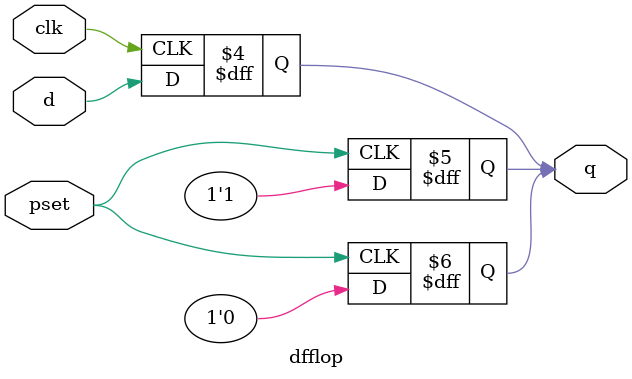
<source format=v>
module bit_syn(q,clk,pset);
  input clk,pset;
  output [3:0]q;
  wire [3:0]q;
  dfflop s1 (q[3],q[0],clk,pset);
  dfflop s2 (q[2],q[3],clk,(pset));
  dfflop s3 (q[1],q[2],clk,pset);
  dfflop s4 (q[0],q[1],clk,(~pset));
endmodule
  
  
module dfflop(q,d,clk,pset);
  input d,clk,pset;
  output reg q;
  always @ (posedge pset)
  begin
   q<=0;
  end
  always @ (negedge pset)
  begin
    q<=1;
  end
 always @ (posedge clk)
  begin 
     q<=d;
  end
endmodule





</source>
